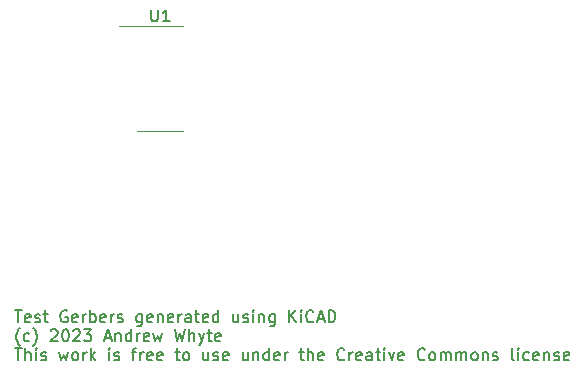
<source format=gbr>
%TF.GenerationSoftware,KiCad,Pcbnew,7.0.5+dfsg-2*%
%TF.CreationDate,2023-06-29T11:14:00+01:00*%
%TF.ProjectId,test_gerbers,74657374-5f67-4657-9262-6572732e6b69,rev?*%
%TF.SameCoordinates,Original*%
%TF.FileFunction,Legend,Top*%
%TF.FilePolarity,Positive*%
%FSLAX46Y46*%
G04 Gerber Fmt 4.6, Leading zero omitted, Abs format (unit mm)*
G04 Created by KiCad (PCBNEW 7.0.5+dfsg-2) date 2023-06-29 11:14:00*
%MOMM*%
%LPD*%
G01*
G04 APERTURE LIST*
%ADD10C,0.150000*%
%ADD11C,0.120000*%
G04 APERTURE END LIST*
D10*
X101693922Y-93649819D02*
X102265350Y-93649819D01*
X101979636Y-94649819D02*
X101979636Y-93649819D01*
X102979636Y-94602200D02*
X102884398Y-94649819D01*
X102884398Y-94649819D02*
X102693922Y-94649819D01*
X102693922Y-94649819D02*
X102598684Y-94602200D01*
X102598684Y-94602200D02*
X102551065Y-94506961D01*
X102551065Y-94506961D02*
X102551065Y-94126009D01*
X102551065Y-94126009D02*
X102598684Y-94030771D01*
X102598684Y-94030771D02*
X102693922Y-93983152D01*
X102693922Y-93983152D02*
X102884398Y-93983152D01*
X102884398Y-93983152D02*
X102979636Y-94030771D01*
X102979636Y-94030771D02*
X103027255Y-94126009D01*
X103027255Y-94126009D02*
X103027255Y-94221247D01*
X103027255Y-94221247D02*
X102551065Y-94316485D01*
X103408208Y-94602200D02*
X103503446Y-94649819D01*
X103503446Y-94649819D02*
X103693922Y-94649819D01*
X103693922Y-94649819D02*
X103789160Y-94602200D01*
X103789160Y-94602200D02*
X103836779Y-94506961D01*
X103836779Y-94506961D02*
X103836779Y-94459342D01*
X103836779Y-94459342D02*
X103789160Y-94364104D01*
X103789160Y-94364104D02*
X103693922Y-94316485D01*
X103693922Y-94316485D02*
X103551065Y-94316485D01*
X103551065Y-94316485D02*
X103455827Y-94268866D01*
X103455827Y-94268866D02*
X103408208Y-94173628D01*
X103408208Y-94173628D02*
X103408208Y-94126009D01*
X103408208Y-94126009D02*
X103455827Y-94030771D01*
X103455827Y-94030771D02*
X103551065Y-93983152D01*
X103551065Y-93983152D02*
X103693922Y-93983152D01*
X103693922Y-93983152D02*
X103789160Y-94030771D01*
X104122494Y-93983152D02*
X104503446Y-93983152D01*
X104265351Y-93649819D02*
X104265351Y-94506961D01*
X104265351Y-94506961D02*
X104312970Y-94602200D01*
X104312970Y-94602200D02*
X104408208Y-94649819D01*
X104408208Y-94649819D02*
X104503446Y-94649819D01*
X106122494Y-93697438D02*
X106027256Y-93649819D01*
X106027256Y-93649819D02*
X105884399Y-93649819D01*
X105884399Y-93649819D02*
X105741542Y-93697438D01*
X105741542Y-93697438D02*
X105646304Y-93792676D01*
X105646304Y-93792676D02*
X105598685Y-93887914D01*
X105598685Y-93887914D02*
X105551066Y-94078390D01*
X105551066Y-94078390D02*
X105551066Y-94221247D01*
X105551066Y-94221247D02*
X105598685Y-94411723D01*
X105598685Y-94411723D02*
X105646304Y-94506961D01*
X105646304Y-94506961D02*
X105741542Y-94602200D01*
X105741542Y-94602200D02*
X105884399Y-94649819D01*
X105884399Y-94649819D02*
X105979637Y-94649819D01*
X105979637Y-94649819D02*
X106122494Y-94602200D01*
X106122494Y-94602200D02*
X106170113Y-94554580D01*
X106170113Y-94554580D02*
X106170113Y-94221247D01*
X106170113Y-94221247D02*
X105979637Y-94221247D01*
X106979637Y-94602200D02*
X106884399Y-94649819D01*
X106884399Y-94649819D02*
X106693923Y-94649819D01*
X106693923Y-94649819D02*
X106598685Y-94602200D01*
X106598685Y-94602200D02*
X106551066Y-94506961D01*
X106551066Y-94506961D02*
X106551066Y-94126009D01*
X106551066Y-94126009D02*
X106598685Y-94030771D01*
X106598685Y-94030771D02*
X106693923Y-93983152D01*
X106693923Y-93983152D02*
X106884399Y-93983152D01*
X106884399Y-93983152D02*
X106979637Y-94030771D01*
X106979637Y-94030771D02*
X107027256Y-94126009D01*
X107027256Y-94126009D02*
X107027256Y-94221247D01*
X107027256Y-94221247D02*
X106551066Y-94316485D01*
X107455828Y-94649819D02*
X107455828Y-93983152D01*
X107455828Y-94173628D02*
X107503447Y-94078390D01*
X107503447Y-94078390D02*
X107551066Y-94030771D01*
X107551066Y-94030771D02*
X107646304Y-93983152D01*
X107646304Y-93983152D02*
X107741542Y-93983152D01*
X108074876Y-94649819D02*
X108074876Y-93649819D01*
X108074876Y-94030771D02*
X108170114Y-93983152D01*
X108170114Y-93983152D02*
X108360590Y-93983152D01*
X108360590Y-93983152D02*
X108455828Y-94030771D01*
X108455828Y-94030771D02*
X108503447Y-94078390D01*
X108503447Y-94078390D02*
X108551066Y-94173628D01*
X108551066Y-94173628D02*
X108551066Y-94459342D01*
X108551066Y-94459342D02*
X108503447Y-94554580D01*
X108503447Y-94554580D02*
X108455828Y-94602200D01*
X108455828Y-94602200D02*
X108360590Y-94649819D01*
X108360590Y-94649819D02*
X108170114Y-94649819D01*
X108170114Y-94649819D02*
X108074876Y-94602200D01*
X109360590Y-94602200D02*
X109265352Y-94649819D01*
X109265352Y-94649819D02*
X109074876Y-94649819D01*
X109074876Y-94649819D02*
X108979638Y-94602200D01*
X108979638Y-94602200D02*
X108932019Y-94506961D01*
X108932019Y-94506961D02*
X108932019Y-94126009D01*
X108932019Y-94126009D02*
X108979638Y-94030771D01*
X108979638Y-94030771D02*
X109074876Y-93983152D01*
X109074876Y-93983152D02*
X109265352Y-93983152D01*
X109265352Y-93983152D02*
X109360590Y-94030771D01*
X109360590Y-94030771D02*
X109408209Y-94126009D01*
X109408209Y-94126009D02*
X109408209Y-94221247D01*
X109408209Y-94221247D02*
X108932019Y-94316485D01*
X109836781Y-94649819D02*
X109836781Y-93983152D01*
X109836781Y-94173628D02*
X109884400Y-94078390D01*
X109884400Y-94078390D02*
X109932019Y-94030771D01*
X109932019Y-94030771D02*
X110027257Y-93983152D01*
X110027257Y-93983152D02*
X110122495Y-93983152D01*
X110408210Y-94602200D02*
X110503448Y-94649819D01*
X110503448Y-94649819D02*
X110693924Y-94649819D01*
X110693924Y-94649819D02*
X110789162Y-94602200D01*
X110789162Y-94602200D02*
X110836781Y-94506961D01*
X110836781Y-94506961D02*
X110836781Y-94459342D01*
X110836781Y-94459342D02*
X110789162Y-94364104D01*
X110789162Y-94364104D02*
X110693924Y-94316485D01*
X110693924Y-94316485D02*
X110551067Y-94316485D01*
X110551067Y-94316485D02*
X110455829Y-94268866D01*
X110455829Y-94268866D02*
X110408210Y-94173628D01*
X110408210Y-94173628D02*
X110408210Y-94126009D01*
X110408210Y-94126009D02*
X110455829Y-94030771D01*
X110455829Y-94030771D02*
X110551067Y-93983152D01*
X110551067Y-93983152D02*
X110693924Y-93983152D01*
X110693924Y-93983152D02*
X110789162Y-94030771D01*
X112455829Y-93983152D02*
X112455829Y-94792676D01*
X112455829Y-94792676D02*
X112408210Y-94887914D01*
X112408210Y-94887914D02*
X112360591Y-94935533D01*
X112360591Y-94935533D02*
X112265353Y-94983152D01*
X112265353Y-94983152D02*
X112122496Y-94983152D01*
X112122496Y-94983152D02*
X112027258Y-94935533D01*
X112455829Y-94602200D02*
X112360591Y-94649819D01*
X112360591Y-94649819D02*
X112170115Y-94649819D01*
X112170115Y-94649819D02*
X112074877Y-94602200D01*
X112074877Y-94602200D02*
X112027258Y-94554580D01*
X112027258Y-94554580D02*
X111979639Y-94459342D01*
X111979639Y-94459342D02*
X111979639Y-94173628D01*
X111979639Y-94173628D02*
X112027258Y-94078390D01*
X112027258Y-94078390D02*
X112074877Y-94030771D01*
X112074877Y-94030771D02*
X112170115Y-93983152D01*
X112170115Y-93983152D02*
X112360591Y-93983152D01*
X112360591Y-93983152D02*
X112455829Y-94030771D01*
X113312972Y-94602200D02*
X113217734Y-94649819D01*
X113217734Y-94649819D02*
X113027258Y-94649819D01*
X113027258Y-94649819D02*
X112932020Y-94602200D01*
X112932020Y-94602200D02*
X112884401Y-94506961D01*
X112884401Y-94506961D02*
X112884401Y-94126009D01*
X112884401Y-94126009D02*
X112932020Y-94030771D01*
X112932020Y-94030771D02*
X113027258Y-93983152D01*
X113027258Y-93983152D02*
X113217734Y-93983152D01*
X113217734Y-93983152D02*
X113312972Y-94030771D01*
X113312972Y-94030771D02*
X113360591Y-94126009D01*
X113360591Y-94126009D02*
X113360591Y-94221247D01*
X113360591Y-94221247D02*
X112884401Y-94316485D01*
X113789163Y-93983152D02*
X113789163Y-94649819D01*
X113789163Y-94078390D02*
X113836782Y-94030771D01*
X113836782Y-94030771D02*
X113932020Y-93983152D01*
X113932020Y-93983152D02*
X114074877Y-93983152D01*
X114074877Y-93983152D02*
X114170115Y-94030771D01*
X114170115Y-94030771D02*
X114217734Y-94126009D01*
X114217734Y-94126009D02*
X114217734Y-94649819D01*
X115074877Y-94602200D02*
X114979639Y-94649819D01*
X114979639Y-94649819D02*
X114789163Y-94649819D01*
X114789163Y-94649819D02*
X114693925Y-94602200D01*
X114693925Y-94602200D02*
X114646306Y-94506961D01*
X114646306Y-94506961D02*
X114646306Y-94126009D01*
X114646306Y-94126009D02*
X114693925Y-94030771D01*
X114693925Y-94030771D02*
X114789163Y-93983152D01*
X114789163Y-93983152D02*
X114979639Y-93983152D01*
X114979639Y-93983152D02*
X115074877Y-94030771D01*
X115074877Y-94030771D02*
X115122496Y-94126009D01*
X115122496Y-94126009D02*
X115122496Y-94221247D01*
X115122496Y-94221247D02*
X114646306Y-94316485D01*
X115551068Y-94649819D02*
X115551068Y-93983152D01*
X115551068Y-94173628D02*
X115598687Y-94078390D01*
X115598687Y-94078390D02*
X115646306Y-94030771D01*
X115646306Y-94030771D02*
X115741544Y-93983152D01*
X115741544Y-93983152D02*
X115836782Y-93983152D01*
X116598687Y-94649819D02*
X116598687Y-94126009D01*
X116598687Y-94126009D02*
X116551068Y-94030771D01*
X116551068Y-94030771D02*
X116455830Y-93983152D01*
X116455830Y-93983152D02*
X116265354Y-93983152D01*
X116265354Y-93983152D02*
X116170116Y-94030771D01*
X116598687Y-94602200D02*
X116503449Y-94649819D01*
X116503449Y-94649819D02*
X116265354Y-94649819D01*
X116265354Y-94649819D02*
X116170116Y-94602200D01*
X116170116Y-94602200D02*
X116122497Y-94506961D01*
X116122497Y-94506961D02*
X116122497Y-94411723D01*
X116122497Y-94411723D02*
X116170116Y-94316485D01*
X116170116Y-94316485D02*
X116265354Y-94268866D01*
X116265354Y-94268866D02*
X116503449Y-94268866D01*
X116503449Y-94268866D02*
X116598687Y-94221247D01*
X116932021Y-93983152D02*
X117312973Y-93983152D01*
X117074878Y-93649819D02*
X117074878Y-94506961D01*
X117074878Y-94506961D02*
X117122497Y-94602200D01*
X117122497Y-94602200D02*
X117217735Y-94649819D01*
X117217735Y-94649819D02*
X117312973Y-94649819D01*
X118027259Y-94602200D02*
X117932021Y-94649819D01*
X117932021Y-94649819D02*
X117741545Y-94649819D01*
X117741545Y-94649819D02*
X117646307Y-94602200D01*
X117646307Y-94602200D02*
X117598688Y-94506961D01*
X117598688Y-94506961D02*
X117598688Y-94126009D01*
X117598688Y-94126009D02*
X117646307Y-94030771D01*
X117646307Y-94030771D02*
X117741545Y-93983152D01*
X117741545Y-93983152D02*
X117932021Y-93983152D01*
X117932021Y-93983152D02*
X118027259Y-94030771D01*
X118027259Y-94030771D02*
X118074878Y-94126009D01*
X118074878Y-94126009D02*
X118074878Y-94221247D01*
X118074878Y-94221247D02*
X117598688Y-94316485D01*
X118932021Y-94649819D02*
X118932021Y-93649819D01*
X118932021Y-94602200D02*
X118836783Y-94649819D01*
X118836783Y-94649819D02*
X118646307Y-94649819D01*
X118646307Y-94649819D02*
X118551069Y-94602200D01*
X118551069Y-94602200D02*
X118503450Y-94554580D01*
X118503450Y-94554580D02*
X118455831Y-94459342D01*
X118455831Y-94459342D02*
X118455831Y-94173628D01*
X118455831Y-94173628D02*
X118503450Y-94078390D01*
X118503450Y-94078390D02*
X118551069Y-94030771D01*
X118551069Y-94030771D02*
X118646307Y-93983152D01*
X118646307Y-93983152D02*
X118836783Y-93983152D01*
X118836783Y-93983152D02*
X118932021Y-94030771D01*
X120598688Y-93983152D02*
X120598688Y-94649819D01*
X120170117Y-93983152D02*
X120170117Y-94506961D01*
X120170117Y-94506961D02*
X120217736Y-94602200D01*
X120217736Y-94602200D02*
X120312974Y-94649819D01*
X120312974Y-94649819D02*
X120455831Y-94649819D01*
X120455831Y-94649819D02*
X120551069Y-94602200D01*
X120551069Y-94602200D02*
X120598688Y-94554580D01*
X121027260Y-94602200D02*
X121122498Y-94649819D01*
X121122498Y-94649819D02*
X121312974Y-94649819D01*
X121312974Y-94649819D02*
X121408212Y-94602200D01*
X121408212Y-94602200D02*
X121455831Y-94506961D01*
X121455831Y-94506961D02*
X121455831Y-94459342D01*
X121455831Y-94459342D02*
X121408212Y-94364104D01*
X121408212Y-94364104D02*
X121312974Y-94316485D01*
X121312974Y-94316485D02*
X121170117Y-94316485D01*
X121170117Y-94316485D02*
X121074879Y-94268866D01*
X121074879Y-94268866D02*
X121027260Y-94173628D01*
X121027260Y-94173628D02*
X121027260Y-94126009D01*
X121027260Y-94126009D02*
X121074879Y-94030771D01*
X121074879Y-94030771D02*
X121170117Y-93983152D01*
X121170117Y-93983152D02*
X121312974Y-93983152D01*
X121312974Y-93983152D02*
X121408212Y-94030771D01*
X121884403Y-94649819D02*
X121884403Y-93983152D01*
X121884403Y-93649819D02*
X121836784Y-93697438D01*
X121836784Y-93697438D02*
X121884403Y-93745057D01*
X121884403Y-93745057D02*
X121932022Y-93697438D01*
X121932022Y-93697438D02*
X121884403Y-93649819D01*
X121884403Y-93649819D02*
X121884403Y-93745057D01*
X122360593Y-93983152D02*
X122360593Y-94649819D01*
X122360593Y-94078390D02*
X122408212Y-94030771D01*
X122408212Y-94030771D02*
X122503450Y-93983152D01*
X122503450Y-93983152D02*
X122646307Y-93983152D01*
X122646307Y-93983152D02*
X122741545Y-94030771D01*
X122741545Y-94030771D02*
X122789164Y-94126009D01*
X122789164Y-94126009D02*
X122789164Y-94649819D01*
X123693926Y-93983152D02*
X123693926Y-94792676D01*
X123693926Y-94792676D02*
X123646307Y-94887914D01*
X123646307Y-94887914D02*
X123598688Y-94935533D01*
X123598688Y-94935533D02*
X123503450Y-94983152D01*
X123503450Y-94983152D02*
X123360593Y-94983152D01*
X123360593Y-94983152D02*
X123265355Y-94935533D01*
X123693926Y-94602200D02*
X123598688Y-94649819D01*
X123598688Y-94649819D02*
X123408212Y-94649819D01*
X123408212Y-94649819D02*
X123312974Y-94602200D01*
X123312974Y-94602200D02*
X123265355Y-94554580D01*
X123265355Y-94554580D02*
X123217736Y-94459342D01*
X123217736Y-94459342D02*
X123217736Y-94173628D01*
X123217736Y-94173628D02*
X123265355Y-94078390D01*
X123265355Y-94078390D02*
X123312974Y-94030771D01*
X123312974Y-94030771D02*
X123408212Y-93983152D01*
X123408212Y-93983152D02*
X123598688Y-93983152D01*
X123598688Y-93983152D02*
X123693926Y-94030771D01*
X124932022Y-94649819D02*
X124932022Y-93649819D01*
X125503450Y-94649819D02*
X125074879Y-94078390D01*
X125503450Y-93649819D02*
X124932022Y-94221247D01*
X125932022Y-94649819D02*
X125932022Y-93983152D01*
X125932022Y-93649819D02*
X125884403Y-93697438D01*
X125884403Y-93697438D02*
X125932022Y-93745057D01*
X125932022Y-93745057D02*
X125979641Y-93697438D01*
X125979641Y-93697438D02*
X125932022Y-93649819D01*
X125932022Y-93649819D02*
X125932022Y-93745057D01*
X126979640Y-94554580D02*
X126932021Y-94602200D01*
X126932021Y-94602200D02*
X126789164Y-94649819D01*
X126789164Y-94649819D02*
X126693926Y-94649819D01*
X126693926Y-94649819D02*
X126551069Y-94602200D01*
X126551069Y-94602200D02*
X126455831Y-94506961D01*
X126455831Y-94506961D02*
X126408212Y-94411723D01*
X126408212Y-94411723D02*
X126360593Y-94221247D01*
X126360593Y-94221247D02*
X126360593Y-94078390D01*
X126360593Y-94078390D02*
X126408212Y-93887914D01*
X126408212Y-93887914D02*
X126455831Y-93792676D01*
X126455831Y-93792676D02*
X126551069Y-93697438D01*
X126551069Y-93697438D02*
X126693926Y-93649819D01*
X126693926Y-93649819D02*
X126789164Y-93649819D01*
X126789164Y-93649819D02*
X126932021Y-93697438D01*
X126932021Y-93697438D02*
X126979640Y-93745057D01*
X127360593Y-94364104D02*
X127836783Y-94364104D01*
X127265355Y-94649819D02*
X127598688Y-93649819D01*
X127598688Y-93649819D02*
X127932021Y-94649819D01*
X128265355Y-94649819D02*
X128265355Y-93649819D01*
X128265355Y-93649819D02*
X128503450Y-93649819D01*
X128503450Y-93649819D02*
X128646307Y-93697438D01*
X128646307Y-93697438D02*
X128741545Y-93792676D01*
X128741545Y-93792676D02*
X128789164Y-93887914D01*
X128789164Y-93887914D02*
X128836783Y-94078390D01*
X128836783Y-94078390D02*
X128836783Y-94221247D01*
X128836783Y-94221247D02*
X128789164Y-94411723D01*
X128789164Y-94411723D02*
X128741545Y-94506961D01*
X128741545Y-94506961D02*
X128646307Y-94602200D01*
X128646307Y-94602200D02*
X128503450Y-94649819D01*
X128503450Y-94649819D02*
X128265355Y-94649819D01*
X102122493Y-96640771D02*
X102074874Y-96593152D01*
X102074874Y-96593152D02*
X101979636Y-96450295D01*
X101979636Y-96450295D02*
X101932017Y-96355057D01*
X101932017Y-96355057D02*
X101884398Y-96212200D01*
X101884398Y-96212200D02*
X101836779Y-95974104D01*
X101836779Y-95974104D02*
X101836779Y-95783628D01*
X101836779Y-95783628D02*
X101884398Y-95545533D01*
X101884398Y-95545533D02*
X101932017Y-95402676D01*
X101932017Y-95402676D02*
X101979636Y-95307438D01*
X101979636Y-95307438D02*
X102074874Y-95164580D01*
X102074874Y-95164580D02*
X102122493Y-95116961D01*
X102932017Y-96212200D02*
X102836779Y-96259819D01*
X102836779Y-96259819D02*
X102646303Y-96259819D01*
X102646303Y-96259819D02*
X102551065Y-96212200D01*
X102551065Y-96212200D02*
X102503446Y-96164580D01*
X102503446Y-96164580D02*
X102455827Y-96069342D01*
X102455827Y-96069342D02*
X102455827Y-95783628D01*
X102455827Y-95783628D02*
X102503446Y-95688390D01*
X102503446Y-95688390D02*
X102551065Y-95640771D01*
X102551065Y-95640771D02*
X102646303Y-95593152D01*
X102646303Y-95593152D02*
X102836779Y-95593152D01*
X102836779Y-95593152D02*
X102932017Y-95640771D01*
X103265351Y-96640771D02*
X103312970Y-96593152D01*
X103312970Y-96593152D02*
X103408208Y-96450295D01*
X103408208Y-96450295D02*
X103455827Y-96355057D01*
X103455827Y-96355057D02*
X103503446Y-96212200D01*
X103503446Y-96212200D02*
X103551065Y-95974104D01*
X103551065Y-95974104D02*
X103551065Y-95783628D01*
X103551065Y-95783628D02*
X103503446Y-95545533D01*
X103503446Y-95545533D02*
X103455827Y-95402676D01*
X103455827Y-95402676D02*
X103408208Y-95307438D01*
X103408208Y-95307438D02*
X103312970Y-95164580D01*
X103312970Y-95164580D02*
X103265351Y-95116961D01*
X104741542Y-95355057D02*
X104789161Y-95307438D01*
X104789161Y-95307438D02*
X104884399Y-95259819D01*
X104884399Y-95259819D02*
X105122494Y-95259819D01*
X105122494Y-95259819D02*
X105217732Y-95307438D01*
X105217732Y-95307438D02*
X105265351Y-95355057D01*
X105265351Y-95355057D02*
X105312970Y-95450295D01*
X105312970Y-95450295D02*
X105312970Y-95545533D01*
X105312970Y-95545533D02*
X105265351Y-95688390D01*
X105265351Y-95688390D02*
X104693923Y-96259819D01*
X104693923Y-96259819D02*
X105312970Y-96259819D01*
X105932018Y-95259819D02*
X106027256Y-95259819D01*
X106027256Y-95259819D02*
X106122494Y-95307438D01*
X106122494Y-95307438D02*
X106170113Y-95355057D01*
X106170113Y-95355057D02*
X106217732Y-95450295D01*
X106217732Y-95450295D02*
X106265351Y-95640771D01*
X106265351Y-95640771D02*
X106265351Y-95878866D01*
X106265351Y-95878866D02*
X106217732Y-96069342D01*
X106217732Y-96069342D02*
X106170113Y-96164580D01*
X106170113Y-96164580D02*
X106122494Y-96212200D01*
X106122494Y-96212200D02*
X106027256Y-96259819D01*
X106027256Y-96259819D02*
X105932018Y-96259819D01*
X105932018Y-96259819D02*
X105836780Y-96212200D01*
X105836780Y-96212200D02*
X105789161Y-96164580D01*
X105789161Y-96164580D02*
X105741542Y-96069342D01*
X105741542Y-96069342D02*
X105693923Y-95878866D01*
X105693923Y-95878866D02*
X105693923Y-95640771D01*
X105693923Y-95640771D02*
X105741542Y-95450295D01*
X105741542Y-95450295D02*
X105789161Y-95355057D01*
X105789161Y-95355057D02*
X105836780Y-95307438D01*
X105836780Y-95307438D02*
X105932018Y-95259819D01*
X106646304Y-95355057D02*
X106693923Y-95307438D01*
X106693923Y-95307438D02*
X106789161Y-95259819D01*
X106789161Y-95259819D02*
X107027256Y-95259819D01*
X107027256Y-95259819D02*
X107122494Y-95307438D01*
X107122494Y-95307438D02*
X107170113Y-95355057D01*
X107170113Y-95355057D02*
X107217732Y-95450295D01*
X107217732Y-95450295D02*
X107217732Y-95545533D01*
X107217732Y-95545533D02*
X107170113Y-95688390D01*
X107170113Y-95688390D02*
X106598685Y-96259819D01*
X106598685Y-96259819D02*
X107217732Y-96259819D01*
X107551066Y-95259819D02*
X108170113Y-95259819D01*
X108170113Y-95259819D02*
X107836780Y-95640771D01*
X107836780Y-95640771D02*
X107979637Y-95640771D01*
X107979637Y-95640771D02*
X108074875Y-95688390D01*
X108074875Y-95688390D02*
X108122494Y-95736009D01*
X108122494Y-95736009D02*
X108170113Y-95831247D01*
X108170113Y-95831247D02*
X108170113Y-96069342D01*
X108170113Y-96069342D02*
X108122494Y-96164580D01*
X108122494Y-96164580D02*
X108074875Y-96212200D01*
X108074875Y-96212200D02*
X107979637Y-96259819D01*
X107979637Y-96259819D02*
X107693923Y-96259819D01*
X107693923Y-96259819D02*
X107598685Y-96212200D01*
X107598685Y-96212200D02*
X107551066Y-96164580D01*
X109312971Y-95974104D02*
X109789161Y-95974104D01*
X109217733Y-96259819D02*
X109551066Y-95259819D01*
X109551066Y-95259819D02*
X109884399Y-96259819D01*
X110217733Y-95593152D02*
X110217733Y-96259819D01*
X110217733Y-95688390D02*
X110265352Y-95640771D01*
X110265352Y-95640771D02*
X110360590Y-95593152D01*
X110360590Y-95593152D02*
X110503447Y-95593152D01*
X110503447Y-95593152D02*
X110598685Y-95640771D01*
X110598685Y-95640771D02*
X110646304Y-95736009D01*
X110646304Y-95736009D02*
X110646304Y-96259819D01*
X111551066Y-96259819D02*
X111551066Y-95259819D01*
X111551066Y-96212200D02*
X111455828Y-96259819D01*
X111455828Y-96259819D02*
X111265352Y-96259819D01*
X111265352Y-96259819D02*
X111170114Y-96212200D01*
X111170114Y-96212200D02*
X111122495Y-96164580D01*
X111122495Y-96164580D02*
X111074876Y-96069342D01*
X111074876Y-96069342D02*
X111074876Y-95783628D01*
X111074876Y-95783628D02*
X111122495Y-95688390D01*
X111122495Y-95688390D02*
X111170114Y-95640771D01*
X111170114Y-95640771D02*
X111265352Y-95593152D01*
X111265352Y-95593152D02*
X111455828Y-95593152D01*
X111455828Y-95593152D02*
X111551066Y-95640771D01*
X112027257Y-96259819D02*
X112027257Y-95593152D01*
X112027257Y-95783628D02*
X112074876Y-95688390D01*
X112074876Y-95688390D02*
X112122495Y-95640771D01*
X112122495Y-95640771D02*
X112217733Y-95593152D01*
X112217733Y-95593152D02*
X112312971Y-95593152D01*
X113027257Y-96212200D02*
X112932019Y-96259819D01*
X112932019Y-96259819D02*
X112741543Y-96259819D01*
X112741543Y-96259819D02*
X112646305Y-96212200D01*
X112646305Y-96212200D02*
X112598686Y-96116961D01*
X112598686Y-96116961D02*
X112598686Y-95736009D01*
X112598686Y-95736009D02*
X112646305Y-95640771D01*
X112646305Y-95640771D02*
X112741543Y-95593152D01*
X112741543Y-95593152D02*
X112932019Y-95593152D01*
X112932019Y-95593152D02*
X113027257Y-95640771D01*
X113027257Y-95640771D02*
X113074876Y-95736009D01*
X113074876Y-95736009D02*
X113074876Y-95831247D01*
X113074876Y-95831247D02*
X112598686Y-95926485D01*
X113408210Y-95593152D02*
X113598686Y-96259819D01*
X113598686Y-96259819D02*
X113789162Y-95783628D01*
X113789162Y-95783628D02*
X113979638Y-96259819D01*
X113979638Y-96259819D02*
X114170114Y-95593152D01*
X115217734Y-95259819D02*
X115455829Y-96259819D01*
X115455829Y-96259819D02*
X115646305Y-95545533D01*
X115646305Y-95545533D02*
X115836781Y-96259819D01*
X115836781Y-96259819D02*
X116074877Y-95259819D01*
X116455829Y-96259819D02*
X116455829Y-95259819D01*
X116884400Y-96259819D02*
X116884400Y-95736009D01*
X116884400Y-95736009D02*
X116836781Y-95640771D01*
X116836781Y-95640771D02*
X116741543Y-95593152D01*
X116741543Y-95593152D02*
X116598686Y-95593152D01*
X116598686Y-95593152D02*
X116503448Y-95640771D01*
X116503448Y-95640771D02*
X116455829Y-95688390D01*
X117265353Y-95593152D02*
X117503448Y-96259819D01*
X117741543Y-95593152D02*
X117503448Y-96259819D01*
X117503448Y-96259819D02*
X117408210Y-96497914D01*
X117408210Y-96497914D02*
X117360591Y-96545533D01*
X117360591Y-96545533D02*
X117265353Y-96593152D01*
X117979639Y-95593152D02*
X118360591Y-95593152D01*
X118122496Y-95259819D02*
X118122496Y-96116961D01*
X118122496Y-96116961D02*
X118170115Y-96212200D01*
X118170115Y-96212200D02*
X118265353Y-96259819D01*
X118265353Y-96259819D02*
X118360591Y-96259819D01*
X119074877Y-96212200D02*
X118979639Y-96259819D01*
X118979639Y-96259819D02*
X118789163Y-96259819D01*
X118789163Y-96259819D02*
X118693925Y-96212200D01*
X118693925Y-96212200D02*
X118646306Y-96116961D01*
X118646306Y-96116961D02*
X118646306Y-95736009D01*
X118646306Y-95736009D02*
X118693925Y-95640771D01*
X118693925Y-95640771D02*
X118789163Y-95593152D01*
X118789163Y-95593152D02*
X118979639Y-95593152D01*
X118979639Y-95593152D02*
X119074877Y-95640771D01*
X119074877Y-95640771D02*
X119122496Y-95736009D01*
X119122496Y-95736009D02*
X119122496Y-95831247D01*
X119122496Y-95831247D02*
X118646306Y-95926485D01*
X101693922Y-96869819D02*
X102265350Y-96869819D01*
X101979636Y-97869819D02*
X101979636Y-96869819D01*
X102598684Y-97869819D02*
X102598684Y-96869819D01*
X103027255Y-97869819D02*
X103027255Y-97346009D01*
X103027255Y-97346009D02*
X102979636Y-97250771D01*
X102979636Y-97250771D02*
X102884398Y-97203152D01*
X102884398Y-97203152D02*
X102741541Y-97203152D01*
X102741541Y-97203152D02*
X102646303Y-97250771D01*
X102646303Y-97250771D02*
X102598684Y-97298390D01*
X103503446Y-97869819D02*
X103503446Y-97203152D01*
X103503446Y-96869819D02*
X103455827Y-96917438D01*
X103455827Y-96917438D02*
X103503446Y-96965057D01*
X103503446Y-96965057D02*
X103551065Y-96917438D01*
X103551065Y-96917438D02*
X103503446Y-96869819D01*
X103503446Y-96869819D02*
X103503446Y-96965057D01*
X103932017Y-97822200D02*
X104027255Y-97869819D01*
X104027255Y-97869819D02*
X104217731Y-97869819D01*
X104217731Y-97869819D02*
X104312969Y-97822200D01*
X104312969Y-97822200D02*
X104360588Y-97726961D01*
X104360588Y-97726961D02*
X104360588Y-97679342D01*
X104360588Y-97679342D02*
X104312969Y-97584104D01*
X104312969Y-97584104D02*
X104217731Y-97536485D01*
X104217731Y-97536485D02*
X104074874Y-97536485D01*
X104074874Y-97536485D02*
X103979636Y-97488866D01*
X103979636Y-97488866D02*
X103932017Y-97393628D01*
X103932017Y-97393628D02*
X103932017Y-97346009D01*
X103932017Y-97346009D02*
X103979636Y-97250771D01*
X103979636Y-97250771D02*
X104074874Y-97203152D01*
X104074874Y-97203152D02*
X104217731Y-97203152D01*
X104217731Y-97203152D02*
X104312969Y-97250771D01*
X105455827Y-97203152D02*
X105646303Y-97869819D01*
X105646303Y-97869819D02*
X105836779Y-97393628D01*
X105836779Y-97393628D02*
X106027255Y-97869819D01*
X106027255Y-97869819D02*
X106217731Y-97203152D01*
X106741541Y-97869819D02*
X106646303Y-97822200D01*
X106646303Y-97822200D02*
X106598684Y-97774580D01*
X106598684Y-97774580D02*
X106551065Y-97679342D01*
X106551065Y-97679342D02*
X106551065Y-97393628D01*
X106551065Y-97393628D02*
X106598684Y-97298390D01*
X106598684Y-97298390D02*
X106646303Y-97250771D01*
X106646303Y-97250771D02*
X106741541Y-97203152D01*
X106741541Y-97203152D02*
X106884398Y-97203152D01*
X106884398Y-97203152D02*
X106979636Y-97250771D01*
X106979636Y-97250771D02*
X107027255Y-97298390D01*
X107027255Y-97298390D02*
X107074874Y-97393628D01*
X107074874Y-97393628D02*
X107074874Y-97679342D01*
X107074874Y-97679342D02*
X107027255Y-97774580D01*
X107027255Y-97774580D02*
X106979636Y-97822200D01*
X106979636Y-97822200D02*
X106884398Y-97869819D01*
X106884398Y-97869819D02*
X106741541Y-97869819D01*
X107503446Y-97869819D02*
X107503446Y-97203152D01*
X107503446Y-97393628D02*
X107551065Y-97298390D01*
X107551065Y-97298390D02*
X107598684Y-97250771D01*
X107598684Y-97250771D02*
X107693922Y-97203152D01*
X107693922Y-97203152D02*
X107789160Y-97203152D01*
X108122494Y-97869819D02*
X108122494Y-96869819D01*
X108217732Y-97488866D02*
X108503446Y-97869819D01*
X108503446Y-97203152D02*
X108122494Y-97584104D01*
X109693923Y-97869819D02*
X109693923Y-97203152D01*
X109693923Y-96869819D02*
X109646304Y-96917438D01*
X109646304Y-96917438D02*
X109693923Y-96965057D01*
X109693923Y-96965057D02*
X109741542Y-96917438D01*
X109741542Y-96917438D02*
X109693923Y-96869819D01*
X109693923Y-96869819D02*
X109693923Y-96965057D01*
X110122494Y-97822200D02*
X110217732Y-97869819D01*
X110217732Y-97869819D02*
X110408208Y-97869819D01*
X110408208Y-97869819D02*
X110503446Y-97822200D01*
X110503446Y-97822200D02*
X110551065Y-97726961D01*
X110551065Y-97726961D02*
X110551065Y-97679342D01*
X110551065Y-97679342D02*
X110503446Y-97584104D01*
X110503446Y-97584104D02*
X110408208Y-97536485D01*
X110408208Y-97536485D02*
X110265351Y-97536485D01*
X110265351Y-97536485D02*
X110170113Y-97488866D01*
X110170113Y-97488866D02*
X110122494Y-97393628D01*
X110122494Y-97393628D02*
X110122494Y-97346009D01*
X110122494Y-97346009D02*
X110170113Y-97250771D01*
X110170113Y-97250771D02*
X110265351Y-97203152D01*
X110265351Y-97203152D02*
X110408208Y-97203152D01*
X110408208Y-97203152D02*
X110503446Y-97250771D01*
X111598685Y-97203152D02*
X111979637Y-97203152D01*
X111741542Y-97869819D02*
X111741542Y-97012676D01*
X111741542Y-97012676D02*
X111789161Y-96917438D01*
X111789161Y-96917438D02*
X111884399Y-96869819D01*
X111884399Y-96869819D02*
X111979637Y-96869819D01*
X112312971Y-97869819D02*
X112312971Y-97203152D01*
X112312971Y-97393628D02*
X112360590Y-97298390D01*
X112360590Y-97298390D02*
X112408209Y-97250771D01*
X112408209Y-97250771D02*
X112503447Y-97203152D01*
X112503447Y-97203152D02*
X112598685Y-97203152D01*
X113312971Y-97822200D02*
X113217733Y-97869819D01*
X113217733Y-97869819D02*
X113027257Y-97869819D01*
X113027257Y-97869819D02*
X112932019Y-97822200D01*
X112932019Y-97822200D02*
X112884400Y-97726961D01*
X112884400Y-97726961D02*
X112884400Y-97346009D01*
X112884400Y-97346009D02*
X112932019Y-97250771D01*
X112932019Y-97250771D02*
X113027257Y-97203152D01*
X113027257Y-97203152D02*
X113217733Y-97203152D01*
X113217733Y-97203152D02*
X113312971Y-97250771D01*
X113312971Y-97250771D02*
X113360590Y-97346009D01*
X113360590Y-97346009D02*
X113360590Y-97441247D01*
X113360590Y-97441247D02*
X112884400Y-97536485D01*
X114170114Y-97822200D02*
X114074876Y-97869819D01*
X114074876Y-97869819D02*
X113884400Y-97869819D01*
X113884400Y-97869819D02*
X113789162Y-97822200D01*
X113789162Y-97822200D02*
X113741543Y-97726961D01*
X113741543Y-97726961D02*
X113741543Y-97346009D01*
X113741543Y-97346009D02*
X113789162Y-97250771D01*
X113789162Y-97250771D02*
X113884400Y-97203152D01*
X113884400Y-97203152D02*
X114074876Y-97203152D01*
X114074876Y-97203152D02*
X114170114Y-97250771D01*
X114170114Y-97250771D02*
X114217733Y-97346009D01*
X114217733Y-97346009D02*
X114217733Y-97441247D01*
X114217733Y-97441247D02*
X113741543Y-97536485D01*
X115265353Y-97203152D02*
X115646305Y-97203152D01*
X115408210Y-96869819D02*
X115408210Y-97726961D01*
X115408210Y-97726961D02*
X115455829Y-97822200D01*
X115455829Y-97822200D02*
X115551067Y-97869819D01*
X115551067Y-97869819D02*
X115646305Y-97869819D01*
X116122496Y-97869819D02*
X116027258Y-97822200D01*
X116027258Y-97822200D02*
X115979639Y-97774580D01*
X115979639Y-97774580D02*
X115932020Y-97679342D01*
X115932020Y-97679342D02*
X115932020Y-97393628D01*
X115932020Y-97393628D02*
X115979639Y-97298390D01*
X115979639Y-97298390D02*
X116027258Y-97250771D01*
X116027258Y-97250771D02*
X116122496Y-97203152D01*
X116122496Y-97203152D02*
X116265353Y-97203152D01*
X116265353Y-97203152D02*
X116360591Y-97250771D01*
X116360591Y-97250771D02*
X116408210Y-97298390D01*
X116408210Y-97298390D02*
X116455829Y-97393628D01*
X116455829Y-97393628D02*
X116455829Y-97679342D01*
X116455829Y-97679342D02*
X116408210Y-97774580D01*
X116408210Y-97774580D02*
X116360591Y-97822200D01*
X116360591Y-97822200D02*
X116265353Y-97869819D01*
X116265353Y-97869819D02*
X116122496Y-97869819D01*
X118074877Y-97203152D02*
X118074877Y-97869819D01*
X117646306Y-97203152D02*
X117646306Y-97726961D01*
X117646306Y-97726961D02*
X117693925Y-97822200D01*
X117693925Y-97822200D02*
X117789163Y-97869819D01*
X117789163Y-97869819D02*
X117932020Y-97869819D01*
X117932020Y-97869819D02*
X118027258Y-97822200D01*
X118027258Y-97822200D02*
X118074877Y-97774580D01*
X118503449Y-97822200D02*
X118598687Y-97869819D01*
X118598687Y-97869819D02*
X118789163Y-97869819D01*
X118789163Y-97869819D02*
X118884401Y-97822200D01*
X118884401Y-97822200D02*
X118932020Y-97726961D01*
X118932020Y-97726961D02*
X118932020Y-97679342D01*
X118932020Y-97679342D02*
X118884401Y-97584104D01*
X118884401Y-97584104D02*
X118789163Y-97536485D01*
X118789163Y-97536485D02*
X118646306Y-97536485D01*
X118646306Y-97536485D02*
X118551068Y-97488866D01*
X118551068Y-97488866D02*
X118503449Y-97393628D01*
X118503449Y-97393628D02*
X118503449Y-97346009D01*
X118503449Y-97346009D02*
X118551068Y-97250771D01*
X118551068Y-97250771D02*
X118646306Y-97203152D01*
X118646306Y-97203152D02*
X118789163Y-97203152D01*
X118789163Y-97203152D02*
X118884401Y-97250771D01*
X119741544Y-97822200D02*
X119646306Y-97869819D01*
X119646306Y-97869819D02*
X119455830Y-97869819D01*
X119455830Y-97869819D02*
X119360592Y-97822200D01*
X119360592Y-97822200D02*
X119312973Y-97726961D01*
X119312973Y-97726961D02*
X119312973Y-97346009D01*
X119312973Y-97346009D02*
X119360592Y-97250771D01*
X119360592Y-97250771D02*
X119455830Y-97203152D01*
X119455830Y-97203152D02*
X119646306Y-97203152D01*
X119646306Y-97203152D02*
X119741544Y-97250771D01*
X119741544Y-97250771D02*
X119789163Y-97346009D01*
X119789163Y-97346009D02*
X119789163Y-97441247D01*
X119789163Y-97441247D02*
X119312973Y-97536485D01*
X121408211Y-97203152D02*
X121408211Y-97869819D01*
X120979640Y-97203152D02*
X120979640Y-97726961D01*
X120979640Y-97726961D02*
X121027259Y-97822200D01*
X121027259Y-97822200D02*
X121122497Y-97869819D01*
X121122497Y-97869819D02*
X121265354Y-97869819D01*
X121265354Y-97869819D02*
X121360592Y-97822200D01*
X121360592Y-97822200D02*
X121408211Y-97774580D01*
X121884402Y-97203152D02*
X121884402Y-97869819D01*
X121884402Y-97298390D02*
X121932021Y-97250771D01*
X121932021Y-97250771D02*
X122027259Y-97203152D01*
X122027259Y-97203152D02*
X122170116Y-97203152D01*
X122170116Y-97203152D02*
X122265354Y-97250771D01*
X122265354Y-97250771D02*
X122312973Y-97346009D01*
X122312973Y-97346009D02*
X122312973Y-97869819D01*
X123217735Y-97869819D02*
X123217735Y-96869819D01*
X123217735Y-97822200D02*
X123122497Y-97869819D01*
X123122497Y-97869819D02*
X122932021Y-97869819D01*
X122932021Y-97869819D02*
X122836783Y-97822200D01*
X122836783Y-97822200D02*
X122789164Y-97774580D01*
X122789164Y-97774580D02*
X122741545Y-97679342D01*
X122741545Y-97679342D02*
X122741545Y-97393628D01*
X122741545Y-97393628D02*
X122789164Y-97298390D01*
X122789164Y-97298390D02*
X122836783Y-97250771D01*
X122836783Y-97250771D02*
X122932021Y-97203152D01*
X122932021Y-97203152D02*
X123122497Y-97203152D01*
X123122497Y-97203152D02*
X123217735Y-97250771D01*
X124074878Y-97822200D02*
X123979640Y-97869819D01*
X123979640Y-97869819D02*
X123789164Y-97869819D01*
X123789164Y-97869819D02*
X123693926Y-97822200D01*
X123693926Y-97822200D02*
X123646307Y-97726961D01*
X123646307Y-97726961D02*
X123646307Y-97346009D01*
X123646307Y-97346009D02*
X123693926Y-97250771D01*
X123693926Y-97250771D02*
X123789164Y-97203152D01*
X123789164Y-97203152D02*
X123979640Y-97203152D01*
X123979640Y-97203152D02*
X124074878Y-97250771D01*
X124074878Y-97250771D02*
X124122497Y-97346009D01*
X124122497Y-97346009D02*
X124122497Y-97441247D01*
X124122497Y-97441247D02*
X123646307Y-97536485D01*
X124551069Y-97869819D02*
X124551069Y-97203152D01*
X124551069Y-97393628D02*
X124598688Y-97298390D01*
X124598688Y-97298390D02*
X124646307Y-97250771D01*
X124646307Y-97250771D02*
X124741545Y-97203152D01*
X124741545Y-97203152D02*
X124836783Y-97203152D01*
X125789165Y-97203152D02*
X126170117Y-97203152D01*
X125932022Y-96869819D02*
X125932022Y-97726961D01*
X125932022Y-97726961D02*
X125979641Y-97822200D01*
X125979641Y-97822200D02*
X126074879Y-97869819D01*
X126074879Y-97869819D02*
X126170117Y-97869819D01*
X126503451Y-97869819D02*
X126503451Y-96869819D01*
X126932022Y-97869819D02*
X126932022Y-97346009D01*
X126932022Y-97346009D02*
X126884403Y-97250771D01*
X126884403Y-97250771D02*
X126789165Y-97203152D01*
X126789165Y-97203152D02*
X126646308Y-97203152D01*
X126646308Y-97203152D02*
X126551070Y-97250771D01*
X126551070Y-97250771D02*
X126503451Y-97298390D01*
X127789165Y-97822200D02*
X127693927Y-97869819D01*
X127693927Y-97869819D02*
X127503451Y-97869819D01*
X127503451Y-97869819D02*
X127408213Y-97822200D01*
X127408213Y-97822200D02*
X127360594Y-97726961D01*
X127360594Y-97726961D02*
X127360594Y-97346009D01*
X127360594Y-97346009D02*
X127408213Y-97250771D01*
X127408213Y-97250771D02*
X127503451Y-97203152D01*
X127503451Y-97203152D02*
X127693927Y-97203152D01*
X127693927Y-97203152D02*
X127789165Y-97250771D01*
X127789165Y-97250771D02*
X127836784Y-97346009D01*
X127836784Y-97346009D02*
X127836784Y-97441247D01*
X127836784Y-97441247D02*
X127360594Y-97536485D01*
X129598689Y-97774580D02*
X129551070Y-97822200D01*
X129551070Y-97822200D02*
X129408213Y-97869819D01*
X129408213Y-97869819D02*
X129312975Y-97869819D01*
X129312975Y-97869819D02*
X129170118Y-97822200D01*
X129170118Y-97822200D02*
X129074880Y-97726961D01*
X129074880Y-97726961D02*
X129027261Y-97631723D01*
X129027261Y-97631723D02*
X128979642Y-97441247D01*
X128979642Y-97441247D02*
X128979642Y-97298390D01*
X128979642Y-97298390D02*
X129027261Y-97107914D01*
X129027261Y-97107914D02*
X129074880Y-97012676D01*
X129074880Y-97012676D02*
X129170118Y-96917438D01*
X129170118Y-96917438D02*
X129312975Y-96869819D01*
X129312975Y-96869819D02*
X129408213Y-96869819D01*
X129408213Y-96869819D02*
X129551070Y-96917438D01*
X129551070Y-96917438D02*
X129598689Y-96965057D01*
X130027261Y-97869819D02*
X130027261Y-97203152D01*
X130027261Y-97393628D02*
X130074880Y-97298390D01*
X130074880Y-97298390D02*
X130122499Y-97250771D01*
X130122499Y-97250771D02*
X130217737Y-97203152D01*
X130217737Y-97203152D02*
X130312975Y-97203152D01*
X131027261Y-97822200D02*
X130932023Y-97869819D01*
X130932023Y-97869819D02*
X130741547Y-97869819D01*
X130741547Y-97869819D02*
X130646309Y-97822200D01*
X130646309Y-97822200D02*
X130598690Y-97726961D01*
X130598690Y-97726961D02*
X130598690Y-97346009D01*
X130598690Y-97346009D02*
X130646309Y-97250771D01*
X130646309Y-97250771D02*
X130741547Y-97203152D01*
X130741547Y-97203152D02*
X130932023Y-97203152D01*
X130932023Y-97203152D02*
X131027261Y-97250771D01*
X131027261Y-97250771D02*
X131074880Y-97346009D01*
X131074880Y-97346009D02*
X131074880Y-97441247D01*
X131074880Y-97441247D02*
X130598690Y-97536485D01*
X131932023Y-97869819D02*
X131932023Y-97346009D01*
X131932023Y-97346009D02*
X131884404Y-97250771D01*
X131884404Y-97250771D02*
X131789166Y-97203152D01*
X131789166Y-97203152D02*
X131598690Y-97203152D01*
X131598690Y-97203152D02*
X131503452Y-97250771D01*
X131932023Y-97822200D02*
X131836785Y-97869819D01*
X131836785Y-97869819D02*
X131598690Y-97869819D01*
X131598690Y-97869819D02*
X131503452Y-97822200D01*
X131503452Y-97822200D02*
X131455833Y-97726961D01*
X131455833Y-97726961D02*
X131455833Y-97631723D01*
X131455833Y-97631723D02*
X131503452Y-97536485D01*
X131503452Y-97536485D02*
X131598690Y-97488866D01*
X131598690Y-97488866D02*
X131836785Y-97488866D01*
X131836785Y-97488866D02*
X131932023Y-97441247D01*
X132265357Y-97203152D02*
X132646309Y-97203152D01*
X132408214Y-96869819D02*
X132408214Y-97726961D01*
X132408214Y-97726961D02*
X132455833Y-97822200D01*
X132455833Y-97822200D02*
X132551071Y-97869819D01*
X132551071Y-97869819D02*
X132646309Y-97869819D01*
X132979643Y-97869819D02*
X132979643Y-97203152D01*
X132979643Y-96869819D02*
X132932024Y-96917438D01*
X132932024Y-96917438D02*
X132979643Y-96965057D01*
X132979643Y-96965057D02*
X133027262Y-96917438D01*
X133027262Y-96917438D02*
X132979643Y-96869819D01*
X132979643Y-96869819D02*
X132979643Y-96965057D01*
X133360595Y-97203152D02*
X133598690Y-97869819D01*
X133598690Y-97869819D02*
X133836785Y-97203152D01*
X134598690Y-97822200D02*
X134503452Y-97869819D01*
X134503452Y-97869819D02*
X134312976Y-97869819D01*
X134312976Y-97869819D02*
X134217738Y-97822200D01*
X134217738Y-97822200D02*
X134170119Y-97726961D01*
X134170119Y-97726961D02*
X134170119Y-97346009D01*
X134170119Y-97346009D02*
X134217738Y-97250771D01*
X134217738Y-97250771D02*
X134312976Y-97203152D01*
X134312976Y-97203152D02*
X134503452Y-97203152D01*
X134503452Y-97203152D02*
X134598690Y-97250771D01*
X134598690Y-97250771D02*
X134646309Y-97346009D01*
X134646309Y-97346009D02*
X134646309Y-97441247D01*
X134646309Y-97441247D02*
X134170119Y-97536485D01*
X136408214Y-97774580D02*
X136360595Y-97822200D01*
X136360595Y-97822200D02*
X136217738Y-97869819D01*
X136217738Y-97869819D02*
X136122500Y-97869819D01*
X136122500Y-97869819D02*
X135979643Y-97822200D01*
X135979643Y-97822200D02*
X135884405Y-97726961D01*
X135884405Y-97726961D02*
X135836786Y-97631723D01*
X135836786Y-97631723D02*
X135789167Y-97441247D01*
X135789167Y-97441247D02*
X135789167Y-97298390D01*
X135789167Y-97298390D02*
X135836786Y-97107914D01*
X135836786Y-97107914D02*
X135884405Y-97012676D01*
X135884405Y-97012676D02*
X135979643Y-96917438D01*
X135979643Y-96917438D02*
X136122500Y-96869819D01*
X136122500Y-96869819D02*
X136217738Y-96869819D01*
X136217738Y-96869819D02*
X136360595Y-96917438D01*
X136360595Y-96917438D02*
X136408214Y-96965057D01*
X136979643Y-97869819D02*
X136884405Y-97822200D01*
X136884405Y-97822200D02*
X136836786Y-97774580D01*
X136836786Y-97774580D02*
X136789167Y-97679342D01*
X136789167Y-97679342D02*
X136789167Y-97393628D01*
X136789167Y-97393628D02*
X136836786Y-97298390D01*
X136836786Y-97298390D02*
X136884405Y-97250771D01*
X136884405Y-97250771D02*
X136979643Y-97203152D01*
X136979643Y-97203152D02*
X137122500Y-97203152D01*
X137122500Y-97203152D02*
X137217738Y-97250771D01*
X137217738Y-97250771D02*
X137265357Y-97298390D01*
X137265357Y-97298390D02*
X137312976Y-97393628D01*
X137312976Y-97393628D02*
X137312976Y-97679342D01*
X137312976Y-97679342D02*
X137265357Y-97774580D01*
X137265357Y-97774580D02*
X137217738Y-97822200D01*
X137217738Y-97822200D02*
X137122500Y-97869819D01*
X137122500Y-97869819D02*
X136979643Y-97869819D01*
X137741548Y-97869819D02*
X137741548Y-97203152D01*
X137741548Y-97298390D02*
X137789167Y-97250771D01*
X137789167Y-97250771D02*
X137884405Y-97203152D01*
X137884405Y-97203152D02*
X138027262Y-97203152D01*
X138027262Y-97203152D02*
X138122500Y-97250771D01*
X138122500Y-97250771D02*
X138170119Y-97346009D01*
X138170119Y-97346009D02*
X138170119Y-97869819D01*
X138170119Y-97346009D02*
X138217738Y-97250771D01*
X138217738Y-97250771D02*
X138312976Y-97203152D01*
X138312976Y-97203152D02*
X138455833Y-97203152D01*
X138455833Y-97203152D02*
X138551072Y-97250771D01*
X138551072Y-97250771D02*
X138598691Y-97346009D01*
X138598691Y-97346009D02*
X138598691Y-97869819D01*
X139074881Y-97869819D02*
X139074881Y-97203152D01*
X139074881Y-97298390D02*
X139122500Y-97250771D01*
X139122500Y-97250771D02*
X139217738Y-97203152D01*
X139217738Y-97203152D02*
X139360595Y-97203152D01*
X139360595Y-97203152D02*
X139455833Y-97250771D01*
X139455833Y-97250771D02*
X139503452Y-97346009D01*
X139503452Y-97346009D02*
X139503452Y-97869819D01*
X139503452Y-97346009D02*
X139551071Y-97250771D01*
X139551071Y-97250771D02*
X139646309Y-97203152D01*
X139646309Y-97203152D02*
X139789166Y-97203152D01*
X139789166Y-97203152D02*
X139884405Y-97250771D01*
X139884405Y-97250771D02*
X139932024Y-97346009D01*
X139932024Y-97346009D02*
X139932024Y-97869819D01*
X140551071Y-97869819D02*
X140455833Y-97822200D01*
X140455833Y-97822200D02*
X140408214Y-97774580D01*
X140408214Y-97774580D02*
X140360595Y-97679342D01*
X140360595Y-97679342D02*
X140360595Y-97393628D01*
X140360595Y-97393628D02*
X140408214Y-97298390D01*
X140408214Y-97298390D02*
X140455833Y-97250771D01*
X140455833Y-97250771D02*
X140551071Y-97203152D01*
X140551071Y-97203152D02*
X140693928Y-97203152D01*
X140693928Y-97203152D02*
X140789166Y-97250771D01*
X140789166Y-97250771D02*
X140836785Y-97298390D01*
X140836785Y-97298390D02*
X140884404Y-97393628D01*
X140884404Y-97393628D02*
X140884404Y-97679342D01*
X140884404Y-97679342D02*
X140836785Y-97774580D01*
X140836785Y-97774580D02*
X140789166Y-97822200D01*
X140789166Y-97822200D02*
X140693928Y-97869819D01*
X140693928Y-97869819D02*
X140551071Y-97869819D01*
X141312976Y-97203152D02*
X141312976Y-97869819D01*
X141312976Y-97298390D02*
X141360595Y-97250771D01*
X141360595Y-97250771D02*
X141455833Y-97203152D01*
X141455833Y-97203152D02*
X141598690Y-97203152D01*
X141598690Y-97203152D02*
X141693928Y-97250771D01*
X141693928Y-97250771D02*
X141741547Y-97346009D01*
X141741547Y-97346009D02*
X141741547Y-97869819D01*
X142170119Y-97822200D02*
X142265357Y-97869819D01*
X142265357Y-97869819D02*
X142455833Y-97869819D01*
X142455833Y-97869819D02*
X142551071Y-97822200D01*
X142551071Y-97822200D02*
X142598690Y-97726961D01*
X142598690Y-97726961D02*
X142598690Y-97679342D01*
X142598690Y-97679342D02*
X142551071Y-97584104D01*
X142551071Y-97584104D02*
X142455833Y-97536485D01*
X142455833Y-97536485D02*
X142312976Y-97536485D01*
X142312976Y-97536485D02*
X142217738Y-97488866D01*
X142217738Y-97488866D02*
X142170119Y-97393628D01*
X142170119Y-97393628D02*
X142170119Y-97346009D01*
X142170119Y-97346009D02*
X142217738Y-97250771D01*
X142217738Y-97250771D02*
X142312976Y-97203152D01*
X142312976Y-97203152D02*
X142455833Y-97203152D01*
X142455833Y-97203152D02*
X142551071Y-97250771D01*
X143932024Y-97869819D02*
X143836786Y-97822200D01*
X143836786Y-97822200D02*
X143789167Y-97726961D01*
X143789167Y-97726961D02*
X143789167Y-96869819D01*
X144312977Y-97869819D02*
X144312977Y-97203152D01*
X144312977Y-96869819D02*
X144265358Y-96917438D01*
X144265358Y-96917438D02*
X144312977Y-96965057D01*
X144312977Y-96965057D02*
X144360596Y-96917438D01*
X144360596Y-96917438D02*
X144312977Y-96869819D01*
X144312977Y-96869819D02*
X144312977Y-96965057D01*
X145217738Y-97822200D02*
X145122500Y-97869819D01*
X145122500Y-97869819D02*
X144932024Y-97869819D01*
X144932024Y-97869819D02*
X144836786Y-97822200D01*
X144836786Y-97822200D02*
X144789167Y-97774580D01*
X144789167Y-97774580D02*
X144741548Y-97679342D01*
X144741548Y-97679342D02*
X144741548Y-97393628D01*
X144741548Y-97393628D02*
X144789167Y-97298390D01*
X144789167Y-97298390D02*
X144836786Y-97250771D01*
X144836786Y-97250771D02*
X144932024Y-97203152D01*
X144932024Y-97203152D02*
X145122500Y-97203152D01*
X145122500Y-97203152D02*
X145217738Y-97250771D01*
X146027262Y-97822200D02*
X145932024Y-97869819D01*
X145932024Y-97869819D02*
X145741548Y-97869819D01*
X145741548Y-97869819D02*
X145646310Y-97822200D01*
X145646310Y-97822200D02*
X145598691Y-97726961D01*
X145598691Y-97726961D02*
X145598691Y-97346009D01*
X145598691Y-97346009D02*
X145646310Y-97250771D01*
X145646310Y-97250771D02*
X145741548Y-97203152D01*
X145741548Y-97203152D02*
X145932024Y-97203152D01*
X145932024Y-97203152D02*
X146027262Y-97250771D01*
X146027262Y-97250771D02*
X146074881Y-97346009D01*
X146074881Y-97346009D02*
X146074881Y-97441247D01*
X146074881Y-97441247D02*
X145598691Y-97536485D01*
X146503453Y-97203152D02*
X146503453Y-97869819D01*
X146503453Y-97298390D02*
X146551072Y-97250771D01*
X146551072Y-97250771D02*
X146646310Y-97203152D01*
X146646310Y-97203152D02*
X146789167Y-97203152D01*
X146789167Y-97203152D02*
X146884405Y-97250771D01*
X146884405Y-97250771D02*
X146932024Y-97346009D01*
X146932024Y-97346009D02*
X146932024Y-97869819D01*
X147360596Y-97822200D02*
X147455834Y-97869819D01*
X147455834Y-97869819D02*
X147646310Y-97869819D01*
X147646310Y-97869819D02*
X147741548Y-97822200D01*
X147741548Y-97822200D02*
X147789167Y-97726961D01*
X147789167Y-97726961D02*
X147789167Y-97679342D01*
X147789167Y-97679342D02*
X147741548Y-97584104D01*
X147741548Y-97584104D02*
X147646310Y-97536485D01*
X147646310Y-97536485D02*
X147503453Y-97536485D01*
X147503453Y-97536485D02*
X147408215Y-97488866D01*
X147408215Y-97488866D02*
X147360596Y-97393628D01*
X147360596Y-97393628D02*
X147360596Y-97346009D01*
X147360596Y-97346009D02*
X147408215Y-97250771D01*
X147408215Y-97250771D02*
X147503453Y-97203152D01*
X147503453Y-97203152D02*
X147646310Y-97203152D01*
X147646310Y-97203152D02*
X147741548Y-97250771D01*
X148598691Y-97822200D02*
X148503453Y-97869819D01*
X148503453Y-97869819D02*
X148312977Y-97869819D01*
X148312977Y-97869819D02*
X148217739Y-97822200D01*
X148217739Y-97822200D02*
X148170120Y-97726961D01*
X148170120Y-97726961D02*
X148170120Y-97346009D01*
X148170120Y-97346009D02*
X148217739Y-97250771D01*
X148217739Y-97250771D02*
X148312977Y-97203152D01*
X148312977Y-97203152D02*
X148503453Y-97203152D01*
X148503453Y-97203152D02*
X148598691Y-97250771D01*
X148598691Y-97250771D02*
X148646310Y-97346009D01*
X148646310Y-97346009D02*
X148646310Y-97441247D01*
X148646310Y-97441247D02*
X148170120Y-97536485D01*
%TO.C,U1*%
X113238095Y-68174819D02*
X113238095Y-68984342D01*
X113238095Y-68984342D02*
X113285714Y-69079580D01*
X113285714Y-69079580D02*
X113333333Y-69127200D01*
X113333333Y-69127200D02*
X113428571Y-69174819D01*
X113428571Y-69174819D02*
X113619047Y-69174819D01*
X113619047Y-69174819D02*
X113714285Y-69127200D01*
X113714285Y-69127200D02*
X113761904Y-69079580D01*
X113761904Y-69079580D02*
X113809523Y-68984342D01*
X113809523Y-68984342D02*
X113809523Y-68174819D01*
X114809523Y-69174819D02*
X114238095Y-69174819D01*
X114523809Y-69174819D02*
X114523809Y-68174819D01*
X114523809Y-68174819D02*
X114428571Y-68317676D01*
X114428571Y-68317676D02*
X114333333Y-68412914D01*
X114333333Y-68412914D02*
X114238095Y-68460533D01*
D11*
X114000000Y-69565000D02*
X115950000Y-69565000D01*
X114000000Y-78435000D02*
X115950000Y-78435000D01*
X114000000Y-69565000D02*
X110550000Y-69565000D01*
X114000000Y-78435000D02*
X112050000Y-78435000D01*
%TD*%
M02*

</source>
